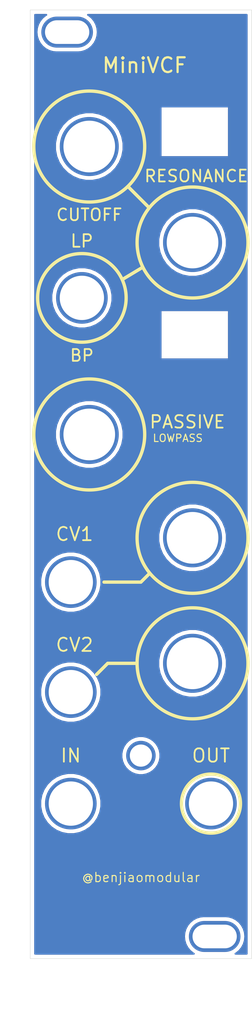
<source format=kicad_pcb>
(kicad_pcb (version 20171130) (host pcbnew 5.1.9+dfsg1-1~bpo10+1)

  (general
    (thickness 1.6)
    (drawings 134)
    (tracks 1)
    (zones 0)
    (modules 11)
    (nets 1)
  )

  (page A4)
  (layers
    (0 F.Cu signal)
    (31 B.Cu signal)
    (32 B.Adhes user)
    (33 F.Adhes user)
    (34 B.Paste user)
    (35 F.Paste user)
    (36 B.SilkS user)
    (37 F.SilkS user)
    (38 B.Mask user)
    (39 F.Mask user)
    (40 Dwgs.User user)
    (41 Cmts.User user)
    (42 Eco1.User user)
    (43 Eco2.User user)
    (44 Edge.Cuts user)
    (45 Margin user)
    (46 B.CrtYd user)
    (47 F.CrtYd user)
    (48 B.Fab user)
    (49 F.Fab user)
  )

  (setup
    (last_trace_width 0.25)
    (user_trace_width 0.45)
    (user_trace_width 0.65)
    (trace_clearance 0.2)
    (zone_clearance 0.508)
    (zone_45_only no)
    (trace_min 0.2)
    (via_size 0.8)
    (via_drill 0.4)
    (via_min_size 0.4)
    (via_min_drill 0.3)
    (uvia_size 0.3)
    (uvia_drill 0.1)
    (uvias_allowed no)
    (uvia_min_size 0.2)
    (uvia_min_drill 0.1)
    (edge_width 0.05)
    (segment_width 0.2)
    (pcb_text_width 0.3)
    (pcb_text_size 1.5 1.5)
    (mod_edge_width 0.12)
    (mod_text_size 1 1)
    (mod_text_width 0.15)
    (pad_size 1.524 1.524)
    (pad_drill 0.762)
    (pad_to_mask_clearance 0)
    (aux_axis_origin 0 0)
    (visible_elements FFFFFF7F)
    (pcbplotparams
      (layerselection 0x010fc_ffffffff)
      (usegerberextensions false)
      (usegerberattributes true)
      (usegerberadvancedattributes true)
      (creategerberjobfile true)
      (excludeedgelayer true)
      (linewidth 0.100000)
      (plotframeref false)
      (viasonmask false)
      (mode 1)
      (useauxorigin false)
      (hpglpennumber 1)
      (hpglpenspeed 20)
      (hpglpendiameter 15.000000)
      (psnegative false)
      (psa4output false)
      (plotreference true)
      (plotvalue true)
      (plotinvisibletext false)
      (padsonsilk false)
      (subtractmaskfromsilk false)
      (outputformat 4)
      (mirror false)
      (drillshape 0)
      (scaleselection 1)
      (outputdirectory "MiniVCF v1.0 - Front/"))
  )

  (net 0 "")

  (net_class Default "This is the default net class."
    (clearance 0.2)
    (trace_width 0.25)
    (via_dia 0.8)
    (via_drill 0.4)
    (uvia_dia 0.3)
    (uvia_drill 0.1)
  )

  (module benjiaomodular:Panel_6HP (layer F.Cu) (tedit 61FE19F2) (tstamp 6203C4AD)
    (at 40 40)
    (fp_text reference REF** (at 0 1.5) (layer F.Fab)
      (effects (font (size 1 1) (thickness 0.15)))
    )
    (fp_text value Panel_6HP (at 0 -0.5) (layer F.Fab)
      (effects (font (size 1 1) (thickness 0.15)))
    )
    (fp_line (start 0 115.5) (end 30 115.5) (layer Dwgs.User) (width 0.12))
    (fp_line (start 0 13) (end 30 13) (layer Dwgs.User) (width 0.12))
    (fp_line (start 0 125.5) (end 30 125.5) (layer Dwgs.User) (width 0.12))
    (fp_line (start 0 3) (end 30 3) (layer Dwgs.User) (width 0.12))
    (fp_line (start 0 0) (end 30 0) (layer Dwgs.User) (width 0.12))
    (fp_line (start 30 0) (end 30 128.5) (layer Dwgs.User) (width 0.12))
    (fp_line (start 30 128.5) (end 0 128.5) (layer Dwgs.User) (width 0.12))
    (fp_line (start 0 128.5) (end 0 0) (layer Dwgs.User) (width 0.12))
    (fp_text user "Clearance for 2020 Aluminum Extrusion" (at 15 11.5) (layer Dwgs.User)
      (effects (font (size 0.8 0.8) (thickness 0.12)))
    )
    (pad "" thru_hole oval (at 25 125.5) (size 7 4.2) (drill oval 6 3.2) (layers *.Cu *.Mask))
    (pad "" thru_hole oval (at 5 3) (size 7 4.2) (drill oval 6 3.2) (layers *.Cu *.Mask))
  )

  (module benjiaomodular:PanelHole_ToggleSwitch_MTS-101 (layer F.Cu) (tedit 61FE19CA) (tstamp 62014D1A)
    (at 47 79 180)
    (fp_text reference REF** (at -2 -7.5) (layer F.Fab) hide
      (effects (font (size 1 1) (thickness 0.15)))
    )
    (fp_text value PanelHole_ToggleSwitch_MTS-101 (at 0 7.8) (layer F.Fab) hide
      (effects (font (size 1 1) (thickness 0.15)))
    )
    (fp_line (start -3.95 -6.6) (end -3.95 6.6) (layer F.Fab) (width 0.12))
    (fp_line (start 3.95 -6.6) (end -3.95 -6.6) (layer F.Fab) (width 0.12))
    (fp_line (start 3.95 -6.6) (end 3.95 6.6) (layer F.Fab) (width 0.12))
    (fp_line (start 3.95 6.6) (end -3.95 6.6) (layer F.Fab) (width 0.12))
    (pad "" thru_hole circle (at 0 0 90) (size 7 7) (drill 6) (layers *.Cu *.Mask))
  )

  (module benjiaomodular:PanelHole_Potentiometer_RV09 (layer F.Cu) (tedit 61FE199B) (tstamp 62014864)
    (at 45.5 105 90)
    (fp_text reference REF** (at 7.5 -6 90) (layer F.SilkS) hide
      (effects (font (size 1 1) (thickness 0.15)))
    )
    (fp_text value PanelHole_Potentiometer_RV09 (at 7.5 11 90) (layer F.Fab) hide
      (effects (font (size 1 1) (thickness 0.15)))
    )
    (fp_line (start -0.5 0) (end 0.5 0) (layer Dwgs.User) (width 0.12))
    (fp_line (start 0 -0.5) (end 0 0.5) (layer Dwgs.User) (width 0.12))
    (fp_circle (center 7.5 2.5) (end 15 2.5) (layer F.Fab) (width 0.12))
    (fp_line (start -1.15 -3.91) (end -1.15 8.91) (layer F.CrtYd) (width 0.05))
    (fp_line (start 12.35 7.25) (end 12.35 -2.25) (layer F.Fab) (width 0.1))
    (fp_line (start 12.6 8.91) (end 12.6 -3.91) (layer F.CrtYd) (width 0.05))
    (fp_line (start 1 7.25) (end 12.35 7.25) (layer F.Fab) (width 0.1))
    (fp_line (start 1 -2.25) (end 12.35 -2.25) (layer F.Fab) (width 0.1))
    (fp_circle (center 7.5 2.5) (end 7.5 -1) (layer F.Fab) (width 0.1))
    (fp_line (start 12.6 -3.91) (end -1.15 -3.91) (layer F.CrtYd) (width 0.05))
    (fp_line (start -1.15 8.91) (end 12.6 8.91) (layer F.CrtYd) (width 0.05))
    (fp_line (start 1 7.25) (end 1 -2.25) (layer F.Fab) (width 0.1))
    (fp_text user %R (at 7.62 2.54 90) (layer F.Fab)
      (effects (font (size 1 1) (thickness 0.15)))
    )
    (pad "" thru_hole circle (at 7.5 2.5 180) (size 8 8) (drill 7) (layers *.Cu *.Mask))
  )

  (module benjiaomodular:PanelHole_Potentiometer_RV09 (layer F.Cu) (tedit 61FE199B) (tstamp 62013F36)
    (at 59.5 79 90)
    (fp_text reference REF** (at 7.5 -6 90) (layer F.SilkS) hide
      (effects (font (size 1 1) (thickness 0.15)))
    )
    (fp_text value PanelHole_Potentiometer_RV09 (at 7.5 11 90) (layer F.Fab) hide
      (effects (font (size 1 1) (thickness 0.15)))
    )
    (fp_line (start 1 7.25) (end 1 -2.25) (layer F.Fab) (width 0.1))
    (fp_line (start -1.15 8.91) (end 12.6 8.91) (layer F.CrtYd) (width 0.05))
    (fp_line (start 12.6 -3.91) (end -1.15 -3.91) (layer F.CrtYd) (width 0.05))
    (fp_circle (center 7.5 2.5) (end 7.5 -1) (layer F.Fab) (width 0.1))
    (fp_line (start 1 -2.25) (end 12.35 -2.25) (layer F.Fab) (width 0.1))
    (fp_line (start 1 7.25) (end 12.35 7.25) (layer F.Fab) (width 0.1))
    (fp_line (start 12.6 8.91) (end 12.6 -3.91) (layer F.CrtYd) (width 0.05))
    (fp_line (start 12.35 7.25) (end 12.35 -2.25) (layer F.Fab) (width 0.1))
    (fp_line (start -1.15 -3.91) (end -1.15 8.91) (layer F.CrtYd) (width 0.05))
    (fp_circle (center 7.5 2.5) (end 15 2.5) (layer F.Fab) (width 0.12))
    (fp_line (start 0 -0.5) (end 0 0.5) (layer Dwgs.User) (width 0.12))
    (fp_line (start -0.5 0) (end 0.5 0) (layer Dwgs.User) (width 0.12))
    (fp_text user %R (at 7.62 2.54 90) (layer F.Fab)
      (effects (font (size 1 1) (thickness 0.15)))
    )
    (pad "" thru_hole circle (at 7.5 2.5 180) (size 8 8) (drill 7) (layers *.Cu *.Mask))
  )

  (module benjiaomodular:PanelHole_Potentiometer_RV09 (layer F.Cu) (tedit 61FE199B) (tstamp 6200A5BB)
    (at 45.5 66 90)
    (fp_text reference REF** (at 7.5 -6 90) (layer F.SilkS) hide
      (effects (font (size 1 1) (thickness 0.15)))
    )
    (fp_text value PanelHole_Potentiometer_RV09 (at 7.5 11 90) (layer F.Fab) hide
      (effects (font (size 1 1) (thickness 0.15)))
    )
    (fp_line (start -0.5 0) (end 0.5 0) (layer Dwgs.User) (width 0.12))
    (fp_line (start 0 -0.5) (end 0 0.5) (layer Dwgs.User) (width 0.12))
    (fp_circle (center 7.5 2.5) (end 15 2.5) (layer F.Fab) (width 0.12))
    (fp_line (start -1.15 -3.91) (end -1.15 8.91) (layer F.CrtYd) (width 0.05))
    (fp_line (start 12.35 7.25) (end 12.35 -2.25) (layer F.Fab) (width 0.1))
    (fp_line (start 12.6 8.91) (end 12.6 -3.91) (layer F.CrtYd) (width 0.05))
    (fp_line (start 1 7.25) (end 12.35 7.25) (layer F.Fab) (width 0.1))
    (fp_line (start 1 -2.25) (end 12.35 -2.25) (layer F.Fab) (width 0.1))
    (fp_circle (center 7.5 2.5) (end 7.5 -1) (layer F.Fab) (width 0.1))
    (fp_line (start 12.6 -3.91) (end -1.15 -3.91) (layer F.CrtYd) (width 0.05))
    (fp_line (start -1.15 8.91) (end 12.6 8.91) (layer F.CrtYd) (width 0.05))
    (fp_line (start 1 7.25) (end 1 -2.25) (layer F.Fab) (width 0.1))
    (fp_text user %R (at 7.62 2.54 90) (layer F.Fab)
      (effects (font (size 1 1) (thickness 0.15)))
    )
    (pad "" thru_hole circle (at 7.5 2.5 180) (size 8 8) (drill 7) (layers *.Cu *.Mask))
  )

  (module benjiaomodular:PanelHole_Potentiometer_RV09 (layer F.Cu) (tedit 61FE199B) (tstamp 620110D1)
    (at 59.5 119 90)
    (fp_text reference REF** (at 7.5 -6 90) (layer F.SilkS) hide
      (effects (font (size 1 1) (thickness 0.15)))
    )
    (fp_text value PanelHole_Potentiometer_RV09 (at 7.5 11 90) (layer F.Fab) hide
      (effects (font (size 1 1) (thickness 0.15)))
    )
    (fp_line (start 1 7.25) (end 1 -2.25) (layer F.Fab) (width 0.1))
    (fp_line (start -1.15 8.91) (end 12.6 8.91) (layer F.CrtYd) (width 0.05))
    (fp_line (start 12.6 -3.91) (end -1.15 -3.91) (layer F.CrtYd) (width 0.05))
    (fp_circle (center 7.5 2.5) (end 7.5 -1) (layer F.Fab) (width 0.1))
    (fp_line (start 1 -2.25) (end 12.35 -2.25) (layer F.Fab) (width 0.1))
    (fp_line (start 1 7.25) (end 12.35 7.25) (layer F.Fab) (width 0.1))
    (fp_line (start 12.6 8.91) (end 12.6 -3.91) (layer F.CrtYd) (width 0.05))
    (fp_line (start 12.35 7.25) (end 12.35 -2.25) (layer F.Fab) (width 0.1))
    (fp_line (start -1.15 -3.91) (end -1.15 8.91) (layer F.CrtYd) (width 0.05))
    (fp_circle (center 7.5 2.5) (end 15 2.5) (layer F.Fab) (width 0.12))
    (fp_line (start 0 -0.5) (end 0 0.5) (layer Dwgs.User) (width 0.12))
    (fp_line (start -0.5 0) (end 0.5 0) (layer Dwgs.User) (width 0.12))
    (fp_text user %R (at 7.62 2.54 90) (layer F.Fab)
      (effects (font (size 1 1) (thickness 0.15)))
    )
    (pad "" thru_hole circle (at 7.5 2.5 180) (size 8 8) (drill 7) (layers *.Cu *.Mask))
  )

  (module benjiaomodular:PanelHole_Potentiometer_RV09 (layer F.Cu) (tedit 61FE199B) (tstamp 62011059)
    (at 59.5 136 90)
    (fp_text reference REF** (at 7.5 -6 90) (layer F.SilkS) hide
      (effects (font (size 1 1) (thickness 0.15)))
    )
    (fp_text value PanelHole_Potentiometer_RV09 (at 7.5 11 90) (layer F.Fab) hide
      (effects (font (size 1 1) (thickness 0.15)))
    )
    (fp_line (start 1 7.25) (end 1 -2.25) (layer F.Fab) (width 0.1))
    (fp_line (start -1.15 8.91) (end 12.6 8.91) (layer F.CrtYd) (width 0.05))
    (fp_line (start 12.6 -3.91) (end -1.15 -3.91) (layer F.CrtYd) (width 0.05))
    (fp_circle (center 7.5 2.5) (end 7.5 -1) (layer F.Fab) (width 0.1))
    (fp_line (start 1 -2.25) (end 12.35 -2.25) (layer F.Fab) (width 0.1))
    (fp_line (start 1 7.25) (end 12.35 7.25) (layer F.Fab) (width 0.1))
    (fp_line (start 12.6 8.91) (end 12.6 -3.91) (layer F.CrtYd) (width 0.05))
    (fp_line (start 12.35 7.25) (end 12.35 -2.25) (layer F.Fab) (width 0.1))
    (fp_line (start -1.15 -3.91) (end -1.15 8.91) (layer F.CrtYd) (width 0.05))
    (fp_circle (center 7.5 2.5) (end 15 2.5) (layer F.Fab) (width 0.12))
    (fp_line (start 0 -0.5) (end 0 0.5) (layer Dwgs.User) (width 0.12))
    (fp_line (start -0.5 0) (end 0.5 0) (layer Dwgs.User) (width 0.12))
    (fp_text user %R (at 7.62 2.54 90) (layer F.Fab)
      (effects (font (size 1 1) (thickness 0.15)))
    )
    (pad "" thru_hole circle (at 7.5 2.5 180) (size 8 8) (drill 7) (layers *.Cu *.Mask))
  )

  (module benjiaomodular:PanelHole_AudioJack_3.5mm (layer F.Cu) (tedit 61D861E6) (tstamp 620107F4)
    (at 45.5 111)
    (fp_text reference REF** (at 0 0.5) (layer F.Fab) hide
      (effects (font (size 1 1) (thickness 0.15)))
    )
    (fp_text value PanelHole_AudioJack_3.5mm (at 0 14) (layer F.Fab) hide
      (effects (font (size 1 1) (thickness 0.15)))
    )
    (fp_circle (center 0 6.5) (end 4 6.5) (layer F.Fab) (width 0.12))
    (fp_line (start 5 12.98) (end 5 -1.42) (layer F.CrtYd) (width 0.05))
    (fp_line (start 4.5 12.48) (end 4.5 2.08) (layer F.Fab) (width 0.1))
    (fp_line (start -5 12.98) (end -5 -1.42) (layer F.CrtYd) (width 0.05))
    (fp_line (start 4.5 2.03) (end -4.5 2.03) (layer F.Fab) (width 0.1))
    (fp_line (start 5 -1.42) (end -5 -1.42) (layer F.CrtYd) (width 0.05))
    (fp_line (start 0 0) (end 0 2.03) (layer F.Fab) (width 0.1))
    (fp_line (start 5 12.98) (end -5 12.98) (layer F.CrtYd) (width 0.05))
    (fp_line (start 4.5 12.48) (end -4.5 12.48) (layer F.Fab) (width 0.1))
    (fp_line (start -4.5 12.48) (end -4.5 2.08) (layer F.Fab) (width 0.1))
    (pad "" thru_hole circle (at 0 6.5 180) (size 7 7) (drill 6) (layers *.Cu *.Mask))
  )

  (module benjiaomodular:PanelHole_AudioJack_3.5mm (layer F.Cu) (tedit 61D861E6) (tstamp 6201078C)
    (at 45.5 125.9)
    (fp_text reference REF** (at 0 0.5) (layer F.Fab) hide
      (effects (font (size 1 1) (thickness 0.15)))
    )
    (fp_text value PanelHole_AudioJack_3.5mm (at 0 14) (layer F.Fab) hide
      (effects (font (size 1 1) (thickness 0.15)))
    )
    (fp_line (start -4.5 12.48) (end -4.5 2.08) (layer F.Fab) (width 0.1))
    (fp_line (start 4.5 12.48) (end -4.5 12.48) (layer F.Fab) (width 0.1))
    (fp_line (start 5 12.98) (end -5 12.98) (layer F.CrtYd) (width 0.05))
    (fp_line (start 0 0) (end 0 2.03) (layer F.Fab) (width 0.1))
    (fp_line (start 5 -1.42) (end -5 -1.42) (layer F.CrtYd) (width 0.05))
    (fp_line (start 4.5 2.03) (end -4.5 2.03) (layer F.Fab) (width 0.1))
    (fp_line (start -5 12.98) (end -5 -1.42) (layer F.CrtYd) (width 0.05))
    (fp_line (start 4.5 12.48) (end 4.5 2.08) (layer F.Fab) (width 0.1))
    (fp_line (start 5 12.98) (end 5 -1.42) (layer F.CrtYd) (width 0.05))
    (fp_circle (center 0 6.5) (end 4 6.5) (layer F.Fab) (width 0.12))
    (pad "" thru_hole circle (at 0 6.5 180) (size 7 7) (drill 6) (layers *.Cu *.Mask))
  )

  (module benjiaomodular:PanelHole_AudioJack_3.5mm (layer F.Cu) (tedit 61D861E6) (tstamp 62010705)
    (at 45.5 141)
    (fp_text reference REF** (at 0 0.5) (layer F.Fab) hide
      (effects (font (size 1 1) (thickness 0.15)))
    )
    (fp_text value PanelHole_AudioJack_3.5mm (at 0 14) (layer F.Fab) hide
      (effects (font (size 1 1) (thickness 0.15)))
    )
    (fp_circle (center 0 6.5) (end 4 6.5) (layer F.Fab) (width 0.12))
    (fp_line (start 5 12.98) (end 5 -1.42) (layer F.CrtYd) (width 0.05))
    (fp_line (start 4.5 12.48) (end 4.5 2.08) (layer F.Fab) (width 0.1))
    (fp_line (start -5 12.98) (end -5 -1.42) (layer F.CrtYd) (width 0.05))
    (fp_line (start 4.5 2.03) (end -4.5 2.03) (layer F.Fab) (width 0.1))
    (fp_line (start 5 -1.42) (end -5 -1.42) (layer F.CrtYd) (width 0.05))
    (fp_line (start 0 0) (end 0 2.03) (layer F.Fab) (width 0.1))
    (fp_line (start 5 12.98) (end -5 12.98) (layer F.CrtYd) (width 0.05))
    (fp_line (start 4.5 12.48) (end -4.5 12.48) (layer F.Fab) (width 0.1))
    (fp_line (start -4.5 12.48) (end -4.5 2.08) (layer F.Fab) (width 0.1))
    (pad "" thru_hole circle (at 0 6.5 180) (size 7 7) (drill 6) (layers *.Cu *.Mask))
  )

  (module benjiaomodular:PanelHole_AudioJack_3.5mm (layer F.Cu) (tedit 61D861E6) (tstamp 62010633)
    (at 64.5 141)
    (fp_text reference REF** (at 0 0.5) (layer F.Fab) hide
      (effects (font (size 1 1) (thickness 0.15)))
    )
    (fp_text value PanelHole_AudioJack_3.5mm (at 0 14) (layer F.Fab) hide
      (effects (font (size 1 1) (thickness 0.15)))
    )
    (fp_line (start -4.5 12.48) (end -4.5 2.08) (layer F.Fab) (width 0.1))
    (fp_line (start 4.5 12.48) (end -4.5 12.48) (layer F.Fab) (width 0.1))
    (fp_line (start 5 12.98) (end -5 12.98) (layer F.CrtYd) (width 0.05))
    (fp_line (start 0 0) (end 0 2.03) (layer F.Fab) (width 0.1))
    (fp_line (start 5 -1.42) (end -5 -1.42) (layer F.CrtYd) (width 0.05))
    (fp_line (start 4.5 2.03) (end -4.5 2.03) (layer F.Fab) (width 0.1))
    (fp_line (start -5 12.98) (end -5 -1.42) (layer F.CrtYd) (width 0.05))
    (fp_line (start 4.5 12.48) (end 4.5 2.08) (layer F.Fab) (width 0.1))
    (fp_line (start 5 12.98) (end 5 -1.42) (layer F.CrtYd) (width 0.05))
    (fp_circle (center 0 6.5) (end 4 6.5) (layer F.Fab) (width 0.12))
    (pad "" thru_hole circle (at 0 6.5 180) (size 7 7) (drill 6) (layers *.Cu *.Mask))
  )

  (dimension 15 (width 0.15) (layer Dwgs.User)
    (gr_text "15.000 mm" (at 47.5 172.5) (layer Dwgs.User)
      (effects (font (size 1 1) (thickness 0.15)))
    )
    (feature1 (pts (xy 40 141) (xy 40 171.786421)))
    (feature2 (pts (xy 55 141) (xy 55 171.786421)))
    (crossbar (pts (xy 55 171.2) (xy 40 171.2)))
    (arrow1a (pts (xy 40 171.2) (xy 41.126504 170.613579)))
    (arrow1b (pts (xy 40 171.2) (xy 41.126504 171.786421)))
    (arrow2a (pts (xy 55 171.2) (xy 53.873496 170.613579)))
    (arrow2b (pts (xy 55 171.2) (xy 53.873496 171.786421)))
  )
  (dimension 10.5 (width 0.15) (layer Dwgs.User)
    (gr_text "10.500 mm" (at 64.75 138.1) (layer Dwgs.User)
      (effects (font (size 1 1) (thickness 0.15)))
    )
    (feature1 (pts (xy 70 119) (xy 70 137.386421)))
    (feature2 (pts (xy 59.5 119) (xy 59.5 137.386421)))
    (crossbar (pts (xy 59.5 136.8) (xy 70 136.8)))
    (arrow1a (pts (xy 70 136.8) (xy 68.873496 137.386421)))
    (arrow1b (pts (xy 70 136.8) (xy 68.873496 136.213579)))
    (arrow2a (pts (xy 59.5 136.8) (xy 60.626504 137.386421)))
    (arrow2b (pts (xy 59.5 136.8) (xy 60.626504 136.213579)))
  )
  (dimension 7 (width 0.15) (layer Dwgs.User)
    (gr_text "7.000 mm" (at 43.5 87.8) (layer Dwgs.User)
      (effects (font (size 1 1) (thickness 0.15)))
    )
    (feature1 (pts (xy 47 79) (xy 47 87.086421)))
    (feature2 (pts (xy 40 79) (xy 40 87.086421)))
    (crossbar (pts (xy 40 86.5) (xy 47 86.5)))
    (arrow1a (pts (xy 47 86.5) (xy 45.873496 87.086421)))
    (arrow1b (pts (xy 47 86.5) (xy 45.873496 85.913579)))
    (arrow2a (pts (xy 40 86.5) (xy 41.126504 87.086421)))
    (arrow2b (pts (xy 40 86.5) (xy 41.126504 85.913579)))
  )
  (dimension 5.5 (width 0.15) (layer Dwgs.User)
    (gr_text "5.500 mm" (at 42.75 178) (layer Dwgs.User)
      (effects (font (size 1 1) (thickness 0.15)))
    )
    (feature1 (pts (xy 40 66) (xy 40 177.286421)))
    (feature2 (pts (xy 45.5 66) (xy 45.5 177.286421)))
    (crossbar (pts (xy 45.5 176.7) (xy 40 176.7)))
    (arrow1a (pts (xy 40 176.7) (xy 41.126504 176.113579)))
    (arrow1b (pts (xy 40 176.7) (xy 41.126504 177.286421)))
    (arrow2a (pts (xy 45.5 176.7) (xy 44.373496 176.113579)))
    (arrow2b (pts (xy 45.5 176.7) (xy 44.373496 177.286421)))
  )
  (gr_circle (center 47 79) (end 53.5 79) (layer Dwgs.User) (width 0.15))
  (gr_circle (center 64.5 147.5) (end 68.5 147.5) (layer F.SilkS) (width 0.45))
  (gr_line (start 53.34 64.008) (end 56.134 66.802) (layer F.SilkS) (width 0.45))
  (gr_line (start 55.118 74.93) (end 52.578 76.454) (layer F.SilkS) (width 0.45))
  (gr_text LOWPASS (at 60 98) (layer F.SilkS)
    (effects (font (size 1 1) (thickness 0.15)))
  )
  (gr_text PASSIVE (at 61.3 95.8) (layer F.SilkS)
    (effects (font (size 1.7 1.7) (thickness 0.24)))
  )
  (gr_line (start 66.5 87) (end 58 87) (layer B.Mask) (width 0.15))
  (gr_line (start 66.5 86.5) (end 66.5 87) (layer B.Mask) (width 0.15))
  (gr_line (start 58 86.5) (end 66.5 86.5) (layer B.Mask) (width 0.15))
  (gr_line (start 58 86) (end 58 86.5) (layer B.Mask) (width 0.15))
  (gr_line (start 66.5 86) (end 58 86) (layer B.Mask) (width 0.15))
  (gr_line (start 66.5 85.5) (end 66.5 86) (layer B.Mask) (width 0.15))
  (gr_line (start 58 85.5) (end 66.5 85.5) (layer B.Mask) (width 0.15))
  (gr_line (start 58 85) (end 58 85.5) (layer B.Mask) (width 0.15))
  (gr_line (start 66.5 85) (end 58 85) (layer B.Mask) (width 0.15))
  (gr_line (start 66.5 84.5) (end 66.5 85) (layer B.Mask) (width 0.15))
  (gr_line (start 58 84.5) (end 66.5 84.5) (layer B.Mask) (width 0.15))
  (gr_line (start 58 84) (end 58 84.5) (layer B.Mask) (width 0.15))
  (gr_line (start 66.5 84) (end 58 84) (layer B.Mask) (width 0.15))
  (gr_line (start 66.5 83.5) (end 66.5 84) (layer B.Mask) (width 0.15))
  (gr_line (start 58 83.5) (end 66.5 83.5) (layer B.Mask) (width 0.15))
  (gr_line (start 58 83) (end 58 83.5) (layer B.Mask) (width 0.15))
  (gr_line (start 66.5 83) (end 58 83) (layer B.Mask) (width 0.15))
  (gr_line (start 66.5 82.5) (end 66.5 83) (layer B.Mask) (width 0.15))
  (gr_line (start 58 82.5) (end 66.5 82.5) (layer B.Mask) (width 0.15))
  (gr_line (start 58 82) (end 58 82.5) (layer B.Mask) (width 0.15))
  (gr_line (start 66.5 82) (end 58 82) (layer B.Mask) (width 0.15))
  (gr_line (start 66.5 81.5) (end 66.5 82) (layer B.Mask) (width 0.15))
  (gr_line (start 58 81.5) (end 66.5 81.5) (layer B.Mask) (width 0.15))
  (gr_line (start 58 81) (end 58 81.5) (layer B.Mask) (width 0.15))
  (gr_line (start 66.5 81) (end 58 81) (layer B.Mask) (width 0.15))
  (gr_line (start 66.5 59.5) (end 58 59.5) (layer B.Mask) (width 0.15))
  (gr_line (start 66.5 59) (end 66.5 59.5) (layer B.Mask) (width 0.15))
  (gr_line (start 58 59) (end 66.5 59) (layer B.Mask) (width 0.15))
  (gr_line (start 58 58.5) (end 58 59) (layer B.Mask) (width 0.15))
  (gr_line (start 66.5 58.5) (end 58 58.5) (layer B.Mask) (width 0.15))
  (gr_line (start 66.5 58) (end 66.5 58.5) (layer B.Mask) (width 0.15))
  (gr_line (start 58 58) (end 66.5 58) (layer B.Mask) (width 0.15))
  (gr_line (start 58 57.5) (end 58 58) (layer B.Mask) (width 0.15))
  (gr_line (start 66.5 57.5) (end 58 57.5) (layer B.Mask) (width 0.15))
  (gr_line (start 66.5 57) (end 66.5 57.5) (layer B.Mask) (width 0.15))
  (gr_line (start 58 57) (end 66.5 57) (layer B.Mask) (width 0.15))
  (gr_line (start 58 56.5) (end 58 57) (layer B.Mask) (width 0.15))
  (gr_line (start 66.5 56.5) (end 58 56.5) (layer B.Mask) (width 0.15))
  (gr_line (start 66.5 56) (end 66.5 56.5) (layer B.Mask) (width 0.15))
  (gr_line (start 58 56) (end 66.5 56) (layer B.Mask) (width 0.15))
  (gr_line (start 58 55.5) (end 58 56) (layer B.Mask) (width 0.15))
  (gr_line (start 66.5 55.5) (end 58 55.5) (layer B.Mask) (width 0.15))
  (gr_line (start 66.5 55) (end 66.5 55.5) (layer B.Mask) (width 0.15))
  (gr_line (start 58 55) (end 66.5 55) (layer B.Mask) (width 0.15))
  (gr_line (start 58 54.5) (end 58 55) (layer B.Mask) (width 0.15))
  (gr_line (start 66.5 54.5) (end 58 54.5) (layer B.Mask) (width 0.15))
  (gr_line (start 66.5 54) (end 66.5 54.5) (layer B.Mask) (width 0.15))
  (gr_line (start 58 54) (end 66.5 54) (layer B.Mask) (width 0.15))
  (gr_line (start 58 53.5) (end 58 54) (layer B.Mask) (width 0.15))
  (gr_line (start 66.5 53.5) (end 58 53.5) (layer B.Mask) (width 0.15))
  (gr_text @benjiaomodular (at 55 157.5) (layer F.SilkS)
    (effects (font (size 1.25 1.25) (thickness 0.15)))
  )
  (gr_line (start 66.5 86.5) (end 58 86.5) (layer F.Mask) (width 0.15) (tstamp 6201D83D))
  (gr_line (start 66.5 85.5) (end 58 85.5) (layer F.Mask) (width 0.15) (tstamp 6201D83C))
  (gr_line (start 58 84.5) (end 58 84) (layer F.Mask) (width 0.15) (tstamp 6201D83B))
  (gr_line (start 66.5 86) (end 66.5 85.5) (layer F.Mask) (width 0.15) (tstamp 6201D83A))
  (gr_line (start 58 85.5) (end 58 85) (layer F.Mask) (width 0.15) (tstamp 6201D839))
  (gr_line (start 58 85) (end 66.5 85) (layer F.Mask) (width 0.15) (tstamp 6201D838))
  (gr_line (start 66.5 84) (end 66.5 83.5) (layer F.Mask) (width 0.15) (tstamp 6201D837))
  (gr_line (start 66.5 84.5) (end 58 84.5) (layer F.Mask) (width 0.15) (tstamp 6201D836))
  (gr_line (start 66.5 82) (end 66.5 81.5) (layer F.Mask) (width 0.15) (tstamp 6201D835))
  (gr_line (start 58 86) (end 66.5 86) (layer F.Mask) (width 0.15) (tstamp 6201D834))
  (gr_line (start 66.5 87) (end 66.5 86.5) (layer F.Mask) (width 0.15) (tstamp 6201D833))
  (gr_line (start 58 81.5) (end 58 81) (layer F.Mask) (width 0.15) (tstamp 6201D832))
  (gr_line (start 58 82) (end 66.5 82) (layer F.Mask) (width 0.15) (tstamp 6201D831))
  (gr_line (start 58 84) (end 66.5 84) (layer F.Mask) (width 0.15) (tstamp 6201D830))
  (gr_line (start 58 83) (end 66.5 83) (layer F.Mask) (width 0.15) (tstamp 6201D82F))
  (gr_line (start 58 83.5) (end 58 83) (layer F.Mask) (width 0.15) (tstamp 6201D82E))
  (gr_line (start 58 81) (end 66.5 81) (layer F.Mask) (width 0.15) (tstamp 6201D82D))
  (gr_line (start 58 82.5) (end 58 82) (layer F.Mask) (width 0.15) (tstamp 6201D82C))
  (gr_line (start 66.5 82.5) (end 58 82.5) (layer F.Mask) (width 0.15) (tstamp 6201D82B))
  (gr_line (start 66.5 83) (end 66.5 82.5) (layer F.Mask) (width 0.15) (tstamp 6201D82A))
  (gr_line (start 66.5 85) (end 66.5 84.5) (layer F.Mask) (width 0.15) (tstamp 6201D829))
  (gr_line (start 66.5 81.5) (end 58 81.5) (layer F.Mask) (width 0.15) (tstamp 6201D828))
  (gr_line (start 66.5 83.5) (end 58 83.5) (layer F.Mask) (width 0.15) (tstamp 6201D827))
  (gr_line (start 58 87) (end 66.5 87) (layer F.Mask) (width 0.15) (tstamp 6201D826))
  (gr_line (start 58 86.5) (end 58 86) (layer F.Mask) (width 0.15) (tstamp 6201D825))
  (gr_line (start 58 53.5) (end 66.5 53.5) (layer F.Mask) (width 0.15))
  (gr_line (start 58 54) (end 58 53.5) (layer F.Mask) (width 0.15))
  (gr_line (start 66.5 54) (end 58 54) (layer F.Mask) (width 0.15))
  (gr_line (start 66.5 54.5) (end 66.5 54) (layer F.Mask) (width 0.15))
  (gr_line (start 58 54.5) (end 66.5 54.5) (layer F.Mask) (width 0.15))
  (gr_line (start 58 55) (end 58 54.5) (layer F.Mask) (width 0.15))
  (gr_line (start 66.5 55) (end 58 55) (layer F.Mask) (width 0.15))
  (gr_line (start 66.5 55.5) (end 66.5 55) (layer F.Mask) (width 0.15))
  (gr_line (start 58 55.5) (end 66.5 55.5) (layer F.Mask) (width 0.15))
  (gr_line (start 58 56) (end 58 55.5) (layer F.Mask) (width 0.15))
  (gr_line (start 66.5 56) (end 58 56) (layer F.Mask) (width 0.15))
  (gr_line (start 66.5 56.5) (end 66.5 56) (layer F.Mask) (width 0.15))
  (gr_line (start 58 56.5) (end 66.5 56.5) (layer F.Mask) (width 0.15))
  (gr_line (start 58 57) (end 58 56.5) (layer F.Mask) (width 0.15))
  (gr_line (start 66.5 57) (end 58 57) (layer F.Mask) (width 0.15))
  (gr_line (start 66.5 57.5) (end 66.5 57) (layer F.Mask) (width 0.15))
  (gr_line (start 58 57.5) (end 66.5 57.5) (layer F.Mask) (width 0.15))
  (gr_line (start 58 58) (end 58 57.5) (layer F.Mask) (width 0.15))
  (gr_line (start 66.5 58) (end 58 58) (layer F.Mask) (width 0.15))
  (gr_line (start 66.5 58.5) (end 66.5 58) (layer F.Mask) (width 0.15))
  (gr_line (start 58 58.5) (end 66.5 58.5) (layer F.Mask) (width 0.15))
  (gr_line (start 58 59) (end 58 58.5) (layer F.Mask) (width 0.15))
  (gr_line (start 66.5 59) (end 58 59) (layer F.Mask) (width 0.15))
  (gr_line (start 66.5 59.5) (end 66.5 59) (layer F.Mask) (width 0.15))
  (gr_line (start 58 59.5) (end 66.5 59.5) (layer F.Mask) (width 0.15))
  (gr_text MiniVCF (at 55.5 47.5) (layer F.SilkS)
    (effects (font (size 2 2) (thickness 0.3)))
  )
  (gr_text LP (at 47 71.3) (layer F.SilkS) (tstamp 62015093)
    (effects (font (size 1.7 1.7) (thickness 0.24)))
  )
  (gr_text BP (at 47 86.8) (layer F.SilkS) (tstamp 62015090)
    (effects (font (size 1.6 1.6) (thickness 0.24)))
  )
  (gr_circle (center 47 79) (end 53 79) (layer F.SilkS) (width 0.45))
  (gr_text RESONANCE (at 62.5 62.5) (layer F.SilkS) (tstamp 62014562)
    (effects (font (size 1.6 1.6) (thickness 0.24)))
  )
  (gr_text CUTOFF (at 48 67.75) (layer F.SilkS) (tstamp 6201455F)
    (effects (font (size 1.6 1.6) (thickness 0.24)))
  )
  (gr_circle (center 48 97.5) (end 55.516648 97.5) (layer F.SilkS) (width 0.45) (tstamp 62014252))
  (gr_circle (center 48 58.5) (end 55.516648 58.5) (layer F.SilkS) (width 0.45) (tstamp 62014250))
  (gr_circle (center 62 71.5) (end 69.516648 71.5) (layer F.SilkS) (width 0.45) (tstamp 6201424E))
  (gr_line (start 50.5 128.5) (end 49 130) (layer F.SilkS) (width 0.45))
  (gr_line (start 55 117.5) (end 56.1 116.4) (layer F.SilkS) (width 0.45))
  (gr_line (start 50 117.5) (end 55 117.5) (layer F.SilkS) (width 0.45))
  (gr_line (start 50.5 128.5) (end 54.483352 128.5) (layer F.SilkS) (width 0.45))
  (gr_circle (center 62 111.5) (end 69.516648 111.5) (layer F.SilkS) (width 0.45))
  (gr_circle (center 62 128.5) (end 69.516648 128.5) (layer F.SilkS) (width 0.45))
  (gr_line (start 70 40) (end 70 168.5) (layer Edge.Cuts) (width 0.05) (tstamp 62011A2D))
  (gr_line (start 40 168.5) (end 40 40) (layer Edge.Cuts) (width 0.05) (tstamp 62011740))
  (gr_line (start 70 168.5) (end 40 168.5) (layer Edge.Cuts) (width 0.05))
  (gr_line (start 40 40) (end 70 40) (layer Edge.Cuts) (width 0.05))
  (gr_text CV1 (at 46 111) (layer F.SilkS) (tstamp 62010BCE)
    (effects (font (size 1.8 1.8) (thickness 0.24)))
  )
  (gr_text CV2 (at 46 126) (layer F.SilkS) (tstamp 62010BCE)
    (effects (font (size 1.8 1.8) (thickness 0.24)))
  )
  (gr_text IN (at 45.5 141) (layer F.SilkS)
    (effects (font (size 1.8 1.8) (thickness 0.24)))
  )
  (gr_text OUT (at 64.5 141) (layer F.SilkS)
    (effects (font (size 1.8 1.8) (thickness 0.24)))
  )

  (via (at 55 141) (size 4) (drill 3) (layers F.Cu B.Cu) (net 0))

  (zone (net 0) (net_name "") (layer F.Cu) (tstamp 6200B09B) (hatch edge 0.508)
    (connect_pads (clearance 0.508))
    (min_thickness 0.254)
    (fill yes (arc_segments 32) (thermal_gap 0.508) (thermal_bridge_width 0.508))
    (polygon
      (pts
        (xy 69.75 168.25) (xy 40.25 168.25) (xy 40.25 40.25) (xy 69.75 40.25)
      )
    )
    (filled_polygon
      (pts
        (xy 42.073164 40.714928) (xy 41.656706 41.056706) (xy 41.314928 41.473164) (xy 41.060964 41.948297) (xy 40.904574 42.463846)
        (xy 40.851767 43) (xy 40.904574 43.536154) (xy 41.060964 44.051703) (xy 41.314928 44.526836) (xy 41.656706 44.943294)
        (xy 42.073164 45.285072) (xy 42.548297 45.539036) (xy 43.063846 45.695426) (xy 43.465644 45.735) (xy 46.534356 45.735)
        (xy 46.936154 45.695426) (xy 47.451703 45.539036) (xy 47.926836 45.285072) (xy 48.343294 44.943294) (xy 48.685072 44.526836)
        (xy 48.939036 44.051703) (xy 49.095426 43.536154) (xy 49.148233 43) (xy 49.095426 42.463846) (xy 48.939036 41.948297)
        (xy 48.685072 41.473164) (xy 48.343294 41.056706) (xy 47.926836 40.714928) (xy 47.824073 40.66) (xy 69.34 40.66)
        (xy 69.340001 167.84) (xy 67.824073 167.84) (xy 67.926836 167.785072) (xy 68.343294 167.443294) (xy 68.685072 167.026836)
        (xy 68.939036 166.551703) (xy 69.095426 166.036154) (xy 69.148233 165.5) (xy 69.095426 164.963846) (xy 68.939036 164.448297)
        (xy 68.685072 163.973164) (xy 68.343294 163.556706) (xy 67.926836 163.214928) (xy 67.451703 162.960964) (xy 66.936154 162.804574)
        (xy 66.534356 162.765) (xy 63.465644 162.765) (xy 63.063846 162.804574) (xy 62.548297 162.960964) (xy 62.073164 163.214928)
        (xy 61.656706 163.556706) (xy 61.314928 163.973164) (xy 61.060964 164.448297) (xy 60.904574 164.963846) (xy 60.851767 165.5)
        (xy 60.904574 166.036154) (xy 61.060964 166.551703) (xy 61.314928 167.026836) (xy 61.656706 167.443294) (xy 62.073164 167.785072)
        (xy 62.175927 167.84) (xy 40.66 167.84) (xy 40.66 147.092738) (xy 41.365 147.092738) (xy 41.365 147.907262)
        (xy 41.523906 148.706135) (xy 41.835611 149.458657) (xy 42.288136 150.135909) (xy 42.864091 150.711864) (xy 43.541343 151.164389)
        (xy 44.293865 151.476094) (xy 45.092738 151.635) (xy 45.907262 151.635) (xy 46.706135 151.476094) (xy 47.458657 151.164389)
        (xy 48.135909 150.711864) (xy 48.711864 150.135909) (xy 49.164389 149.458657) (xy 49.476094 148.706135) (xy 49.635 147.907262)
        (xy 49.635 147.092738) (xy 60.365 147.092738) (xy 60.365 147.907262) (xy 60.523906 148.706135) (xy 60.835611 149.458657)
        (xy 61.288136 150.135909) (xy 61.864091 150.711864) (xy 62.541343 151.164389) (xy 63.293865 151.476094) (xy 64.092738 151.635)
        (xy 64.907262 151.635) (xy 65.706135 151.476094) (xy 66.458657 151.164389) (xy 67.135909 150.711864) (xy 67.711864 150.135909)
        (xy 68.164389 149.458657) (xy 68.476094 148.706135) (xy 68.635 147.907262) (xy 68.635 147.092738) (xy 68.476094 146.293865)
        (xy 68.164389 145.541343) (xy 67.711864 144.864091) (xy 67.135909 144.288136) (xy 66.458657 143.835611) (xy 65.706135 143.523906)
        (xy 64.907262 143.365) (xy 64.092738 143.365) (xy 63.293865 143.523906) (xy 62.541343 143.835611) (xy 61.864091 144.288136)
        (xy 61.288136 144.864091) (xy 60.835611 145.541343) (xy 60.523906 146.293865) (xy 60.365 147.092738) (xy 49.635 147.092738)
        (xy 49.476094 146.293865) (xy 49.164389 145.541343) (xy 48.711864 144.864091) (xy 48.135909 144.288136) (xy 47.458657 143.835611)
        (xy 46.706135 143.523906) (xy 45.907262 143.365) (xy 45.092738 143.365) (xy 44.293865 143.523906) (xy 43.541343 143.835611)
        (xy 42.864091 144.288136) (xy 42.288136 144.864091) (xy 41.835611 145.541343) (xy 41.523906 146.293865) (xy 41.365 147.092738)
        (xy 40.66 147.092738) (xy 40.66 140.740475) (xy 52.365 140.740475) (xy 52.365 141.259525) (xy 52.466261 141.768601)
        (xy 52.664893 142.248141) (xy 52.953262 142.679715) (xy 53.320285 143.046738) (xy 53.751859 143.335107) (xy 54.231399 143.533739)
        (xy 54.740475 143.635) (xy 55.259525 143.635) (xy 55.768601 143.533739) (xy 56.248141 143.335107) (xy 56.679715 143.046738)
        (xy 57.046738 142.679715) (xy 57.335107 142.248141) (xy 57.533739 141.768601) (xy 57.635 141.259525) (xy 57.635 140.740475)
        (xy 57.533739 140.231399) (xy 57.335107 139.751859) (xy 57.046738 139.320285) (xy 56.679715 138.953262) (xy 56.248141 138.664893)
        (xy 55.768601 138.466261) (xy 55.259525 138.365) (xy 54.740475 138.365) (xy 54.231399 138.466261) (xy 53.751859 138.664893)
        (xy 53.320285 138.953262) (xy 52.953262 139.320285) (xy 52.664893 139.751859) (xy 52.466261 140.231399) (xy 52.365 140.740475)
        (xy 40.66 140.740475) (xy 40.66 131.992738) (xy 41.365 131.992738) (xy 41.365 132.807262) (xy 41.523906 133.606135)
        (xy 41.835611 134.358657) (xy 42.288136 135.035909) (xy 42.864091 135.611864) (xy 43.541343 136.064389) (xy 44.293865 136.376094)
        (xy 45.092738 136.535) (xy 45.907262 136.535) (xy 46.706135 136.376094) (xy 47.458657 136.064389) (xy 48.135909 135.611864)
        (xy 48.711864 135.035909) (xy 49.164389 134.358657) (xy 49.476094 133.606135) (xy 49.635 132.807262) (xy 49.635 131.992738)
        (xy 49.476094 131.193865) (xy 49.164389 130.441343) (xy 48.711864 129.764091) (xy 48.135909 129.188136) (xy 47.458657 128.735611)
        (xy 46.706135 128.423906) (xy 45.907262 128.265) (xy 45.092738 128.265) (xy 44.293865 128.423906) (xy 43.541343 128.735611)
        (xy 42.864091 129.188136) (xy 42.288136 129.764091) (xy 41.835611 130.441343) (xy 41.523906 131.193865) (xy 41.365 131.992738)
        (xy 40.66 131.992738) (xy 40.66 128.043492) (xy 57.365 128.043492) (xy 57.365 128.956508) (xy 57.54312 129.85198)
        (xy 57.892516 130.695496) (xy 58.39976 131.45464) (xy 59.04536 132.10024) (xy 59.804504 132.607484) (xy 60.64802 132.95688)
        (xy 61.543492 133.135) (xy 62.456508 133.135) (xy 63.35198 132.95688) (xy 64.195496 132.607484) (xy 64.95464 132.10024)
        (xy 65.60024 131.45464) (xy 66.107484 130.695496) (xy 66.45688 129.85198) (xy 66.635 128.956508) (xy 66.635 128.043492)
        (xy 66.45688 127.14802) (xy 66.107484 126.304504) (xy 65.60024 125.54536) (xy 64.95464 124.89976) (xy 64.195496 124.392516)
        (xy 63.35198 124.04312) (xy 62.456508 123.865) (xy 61.543492 123.865) (xy 60.64802 124.04312) (xy 59.804504 124.392516)
        (xy 59.04536 124.89976) (xy 58.39976 125.54536) (xy 57.892516 126.304504) (xy 57.54312 127.14802) (xy 57.365 128.043492)
        (xy 40.66 128.043492) (xy 40.66 117.092738) (xy 41.365 117.092738) (xy 41.365 117.907262) (xy 41.523906 118.706135)
        (xy 41.835611 119.458657) (xy 42.288136 120.135909) (xy 42.864091 120.711864) (xy 43.541343 121.164389) (xy 44.293865 121.476094)
        (xy 45.092738 121.635) (xy 45.907262 121.635) (xy 46.706135 121.476094) (xy 47.458657 121.164389) (xy 48.135909 120.711864)
        (xy 48.711864 120.135909) (xy 49.164389 119.458657) (xy 49.476094 118.706135) (xy 49.635 117.907262) (xy 49.635 117.092738)
        (xy 49.476094 116.293865) (xy 49.164389 115.541343) (xy 48.711864 114.864091) (xy 48.135909 114.288136) (xy 47.458657 113.835611)
        (xy 46.706135 113.523906) (xy 45.907262 113.365) (xy 45.092738 113.365) (xy 44.293865 113.523906) (xy 43.541343 113.835611)
        (xy 42.864091 114.288136) (xy 42.288136 114.864091) (xy 41.835611 115.541343) (xy 41.523906 116.293865) (xy 41.365 117.092738)
        (xy 40.66 117.092738) (xy 40.66 111.043492) (xy 57.365 111.043492) (xy 57.365 111.956508) (xy 57.54312 112.85198)
        (xy 57.892516 113.695496) (xy 58.39976 114.45464) (xy 59.04536 115.10024) (xy 59.804504 115.607484) (xy 60.64802 115.95688)
        (xy 61.543492 116.135) (xy 62.456508 116.135) (xy 63.35198 115.95688) (xy 64.195496 115.607484) (xy 64.95464 115.10024)
        (xy 65.60024 114.45464) (xy 66.107484 113.695496) (xy 66.45688 112.85198) (xy 66.635 111.956508) (xy 66.635 111.043492)
        (xy 66.45688 110.14802) (xy 66.107484 109.304504) (xy 65.60024 108.54536) (xy 64.95464 107.89976) (xy 64.195496 107.392516)
        (xy 63.35198 107.04312) (xy 62.456508 106.865) (xy 61.543492 106.865) (xy 60.64802 107.04312) (xy 59.804504 107.392516)
        (xy 59.04536 107.89976) (xy 58.39976 108.54536) (xy 57.892516 109.304504) (xy 57.54312 110.14802) (xy 57.365 111.043492)
        (xy 40.66 111.043492) (xy 40.66 97.043492) (xy 43.365 97.043492) (xy 43.365 97.956508) (xy 43.54312 98.85198)
        (xy 43.892516 99.695496) (xy 44.39976 100.45464) (xy 45.04536 101.10024) (xy 45.804504 101.607484) (xy 46.64802 101.95688)
        (xy 47.543492 102.135) (xy 48.456508 102.135) (xy 49.35198 101.95688) (xy 50.195496 101.607484) (xy 50.95464 101.10024)
        (xy 51.60024 100.45464) (xy 52.107484 99.695496) (xy 52.45688 98.85198) (xy 52.635 97.956508) (xy 52.635 97.043492)
        (xy 52.45688 96.14802) (xy 52.107484 95.304504) (xy 51.60024 94.54536) (xy 50.95464 93.89976) (xy 50.195496 93.392516)
        (xy 49.35198 93.04312) (xy 48.456508 92.865) (xy 47.543492 92.865) (xy 46.64802 93.04312) (xy 45.804504 93.392516)
        (xy 45.04536 93.89976) (xy 44.39976 94.54536) (xy 43.892516 95.304504) (xy 43.54312 96.14802) (xy 43.365 97.043492)
        (xy 40.66 97.043492) (xy 40.66 78.592738) (xy 42.865 78.592738) (xy 42.865 79.407262) (xy 43.023906 80.206135)
        (xy 43.335611 80.958657) (xy 43.788136 81.635909) (xy 44.364091 82.211864) (xy 45.041343 82.664389) (xy 45.793865 82.976094)
        (xy 46.592738 83.135) (xy 47.407262 83.135) (xy 48.206135 82.976094) (xy 48.958657 82.664389) (xy 49.635909 82.211864)
        (xy 50.211864 81.635909) (xy 50.664389 80.958657) (xy 50.730106 80.8) (xy 57.673 80.8) (xy 57.673 87.2)
        (xy 57.67544 87.224776) (xy 57.682667 87.248601) (xy 57.694403 87.270557) (xy 57.710197 87.289803) (xy 57.729443 87.305597)
        (xy 57.751399 87.317333) (xy 57.775224 87.32456) (xy 57.8 87.327) (xy 66.8 87.327) (xy 66.824776 87.32456)
        (xy 66.848601 87.317333) (xy 66.870557 87.305597) (xy 66.889803 87.289803) (xy 66.905597 87.270557) (xy 66.917333 87.248601)
        (xy 66.92456 87.224776) (xy 66.927 87.2) (xy 66.927 80.8) (xy 66.92456 80.775224) (xy 66.917333 80.751399)
        (xy 66.905597 80.729443) (xy 66.889803 80.710197) (xy 66.870557 80.694403) (xy 66.848601 80.682667) (xy 66.824776 80.67544)
        (xy 66.8 80.673) (xy 57.8 80.673) (xy 57.775224 80.67544) (xy 57.751399 80.682667) (xy 57.729443 80.694403)
        (xy 57.710197 80.710197) (xy 57.694403 80.729443) (xy 57.682667 80.751399) (xy 57.67544 80.775224) (xy 57.673 80.8)
        (xy 50.730106 80.8) (xy 50.976094 80.206135) (xy 51.135 79.407262) (xy 51.135 78.592738) (xy 50.976094 77.793865)
        (xy 50.664389 77.041343) (xy 50.211864 76.364091) (xy 49.635909 75.788136) (xy 48.958657 75.335611) (xy 48.206135 75.023906)
        (xy 47.407262 74.865) (xy 46.592738 74.865) (xy 45.793865 75.023906) (xy 45.041343 75.335611) (xy 44.364091 75.788136)
        (xy 43.788136 76.364091) (xy 43.335611 77.041343) (xy 43.023906 77.793865) (xy 42.865 78.592738) (xy 40.66 78.592738)
        (xy 40.66 71.043492) (xy 57.365 71.043492) (xy 57.365 71.956508) (xy 57.54312 72.85198) (xy 57.892516 73.695496)
        (xy 58.39976 74.45464) (xy 59.04536 75.10024) (xy 59.804504 75.607484) (xy 60.64802 75.95688) (xy 61.543492 76.135)
        (xy 62.456508 76.135) (xy 63.35198 75.95688) (xy 64.195496 75.607484) (xy 64.95464 75.10024) (xy 65.60024 74.45464)
        (xy 66.107484 73.695496) (xy 66.45688 72.85198) (xy 66.635 71.956508) (xy 66.635 71.043492) (xy 66.45688 70.14802)
        (xy 66.107484 69.304504) (xy 65.60024 68.54536) (xy 64.95464 67.89976) (xy 64.195496 67.392516) (xy 63.35198 67.04312)
        (xy 62.456508 66.865) (xy 61.543492 66.865) (xy 60.64802 67.04312) (xy 59.804504 67.392516) (xy 59.04536 67.89976)
        (xy 58.39976 68.54536) (xy 57.892516 69.304504) (xy 57.54312 70.14802) (xy 57.365 71.043492) (xy 40.66 71.043492)
        (xy 40.66 58.043492) (xy 43.365 58.043492) (xy 43.365 58.956508) (xy 43.54312 59.85198) (xy 43.892516 60.695496)
        (xy 44.39976 61.45464) (xy 45.04536 62.10024) (xy 45.804504 62.607484) (xy 46.64802 62.95688) (xy 47.543492 63.135)
        (xy 48.456508 63.135) (xy 49.35198 62.95688) (xy 50.195496 62.607484) (xy 50.95464 62.10024) (xy 51.60024 61.45464)
        (xy 52.107484 60.695496) (xy 52.45688 59.85198) (xy 52.635 58.956508) (xy 52.635 58.043492) (xy 52.45688 57.14802)
        (xy 52.107484 56.304504) (xy 51.60024 55.54536) (xy 50.95464 54.89976) (xy 50.195496 54.392516) (xy 49.35198 54.04312)
        (xy 48.456508 53.865) (xy 47.543492 53.865) (xy 46.64802 54.04312) (xy 45.804504 54.392516) (xy 45.04536 54.89976)
        (xy 44.39976 55.54536) (xy 43.892516 56.304504) (xy 43.54312 57.14802) (xy 43.365 58.043492) (xy 40.66 58.043492)
        (xy 40.66 53.2) (xy 57.673 53.2) (xy 57.673 59.8) (xy 57.67544 59.824776) (xy 57.682667 59.848601)
        (xy 57.694403 59.870557) (xy 57.710197 59.889803) (xy 57.729443 59.905597) (xy 57.751399 59.917333) (xy 57.775224 59.92456)
        (xy 57.8 59.927) (xy 66.8 59.927) (xy 66.824776 59.92456) (xy 66.848601 59.917333) (xy 66.870557 59.905597)
        (xy 66.889803 59.889803) (xy 66.905597 59.870557) (xy 66.917333 59.848601) (xy 66.92456 59.824776) (xy 66.927 59.8)
        (xy 66.927 53.2) (xy 66.92456 53.175224) (xy 66.917333 53.151399) (xy 66.905597 53.129443) (xy 66.889803 53.110197)
        (xy 66.870557 53.094403) (xy 66.848601 53.082667) (xy 66.824776 53.07544) (xy 66.8 53.073) (xy 57.8 53.073)
        (xy 57.775224 53.07544) (xy 57.751399 53.082667) (xy 57.729443 53.094403) (xy 57.710197 53.110197) (xy 57.694403 53.129443)
        (xy 57.682667 53.151399) (xy 57.67544 53.175224) (xy 57.673 53.2) (xy 40.66 53.2) (xy 40.66 40.66)
        (xy 42.175927 40.66)
      )
    )
  )
  (zone (net 0) (net_name "") (layer B.Cu) (tstamp 6200B098) (hatch edge 0.508)
    (connect_pads (clearance 0.508))
    (min_thickness 0.254)
    (fill yes (arc_segments 32) (thermal_gap 0.508) (thermal_bridge_width 0.508))
    (polygon
      (pts
        (xy 69.75 168.25) (xy 40.25 168.25) (xy 40.25 40.25) (xy 69.75 40.25)
      )
    )
    (filled_polygon
      (pts
        (xy 42.073164 40.714928) (xy 41.656706 41.056706) (xy 41.314928 41.473164) (xy 41.060964 41.948297) (xy 40.904574 42.463846)
        (xy 40.851767 43) (xy 40.904574 43.536154) (xy 41.060964 44.051703) (xy 41.314928 44.526836) (xy 41.656706 44.943294)
        (xy 42.073164 45.285072) (xy 42.548297 45.539036) (xy 43.063846 45.695426) (xy 43.465644 45.735) (xy 46.534356 45.735)
        (xy 46.936154 45.695426) (xy 47.451703 45.539036) (xy 47.926836 45.285072) (xy 48.343294 44.943294) (xy 48.685072 44.526836)
        (xy 48.939036 44.051703) (xy 49.095426 43.536154) (xy 49.148233 43) (xy 49.095426 42.463846) (xy 48.939036 41.948297)
        (xy 48.685072 41.473164) (xy 48.343294 41.056706) (xy 47.926836 40.714928) (xy 47.824073 40.66) (xy 69.34 40.66)
        (xy 69.340001 167.84) (xy 67.824073 167.84) (xy 67.926836 167.785072) (xy 68.343294 167.443294) (xy 68.685072 167.026836)
        (xy 68.939036 166.551703) (xy 69.095426 166.036154) (xy 69.148233 165.5) (xy 69.095426 164.963846) (xy 68.939036 164.448297)
        (xy 68.685072 163.973164) (xy 68.343294 163.556706) (xy 67.926836 163.214928) (xy 67.451703 162.960964) (xy 66.936154 162.804574)
        (xy 66.534356 162.765) (xy 63.465644 162.765) (xy 63.063846 162.804574) (xy 62.548297 162.960964) (xy 62.073164 163.214928)
        (xy 61.656706 163.556706) (xy 61.314928 163.973164) (xy 61.060964 164.448297) (xy 60.904574 164.963846) (xy 60.851767 165.5)
        (xy 60.904574 166.036154) (xy 61.060964 166.551703) (xy 61.314928 167.026836) (xy 61.656706 167.443294) (xy 62.073164 167.785072)
        (xy 62.175927 167.84) (xy 40.66 167.84) (xy 40.66 147.092738) (xy 41.365 147.092738) (xy 41.365 147.907262)
        (xy 41.523906 148.706135) (xy 41.835611 149.458657) (xy 42.288136 150.135909) (xy 42.864091 150.711864) (xy 43.541343 151.164389)
        (xy 44.293865 151.476094) (xy 45.092738 151.635) (xy 45.907262 151.635) (xy 46.706135 151.476094) (xy 47.458657 151.164389)
        (xy 48.135909 150.711864) (xy 48.711864 150.135909) (xy 49.164389 149.458657) (xy 49.476094 148.706135) (xy 49.635 147.907262)
        (xy 49.635 147.092738) (xy 60.365 147.092738) (xy 60.365 147.907262) (xy 60.523906 148.706135) (xy 60.835611 149.458657)
        (xy 61.288136 150.135909) (xy 61.864091 150.711864) (xy 62.541343 151.164389) (xy 63.293865 151.476094) (xy 64.092738 151.635)
        (xy 64.907262 151.635) (xy 65.706135 151.476094) (xy 66.458657 151.164389) (xy 67.135909 150.711864) (xy 67.711864 150.135909)
        (xy 68.164389 149.458657) (xy 68.476094 148.706135) (xy 68.635 147.907262) (xy 68.635 147.092738) (xy 68.476094 146.293865)
        (xy 68.164389 145.541343) (xy 67.711864 144.864091) (xy 67.135909 144.288136) (xy 66.458657 143.835611) (xy 65.706135 143.523906)
        (xy 64.907262 143.365) (xy 64.092738 143.365) (xy 63.293865 143.523906) (xy 62.541343 143.835611) (xy 61.864091 144.288136)
        (xy 61.288136 144.864091) (xy 60.835611 145.541343) (xy 60.523906 146.293865) (xy 60.365 147.092738) (xy 49.635 147.092738)
        (xy 49.476094 146.293865) (xy 49.164389 145.541343) (xy 48.711864 144.864091) (xy 48.135909 144.288136) (xy 47.458657 143.835611)
        (xy 46.706135 143.523906) (xy 45.907262 143.365) (xy 45.092738 143.365) (xy 44.293865 143.523906) (xy 43.541343 143.835611)
        (xy 42.864091 144.288136) (xy 42.288136 144.864091) (xy 41.835611 145.541343) (xy 41.523906 146.293865) (xy 41.365 147.092738)
        (xy 40.66 147.092738) (xy 40.66 140.740475) (xy 52.365 140.740475) (xy 52.365 141.259525) (xy 52.466261 141.768601)
        (xy 52.664893 142.248141) (xy 52.953262 142.679715) (xy 53.320285 143.046738) (xy 53.751859 143.335107) (xy 54.231399 143.533739)
        (xy 54.740475 143.635) (xy 55.259525 143.635) (xy 55.768601 143.533739) (xy 56.248141 143.335107) (xy 56.679715 143.046738)
        (xy 57.046738 142.679715) (xy 57.335107 142.248141) (xy 57.533739 141.768601) (xy 57.635 141.259525) (xy 57.635 140.740475)
        (xy 57.533739 140.231399) (xy 57.335107 139.751859) (xy 57.046738 139.320285) (xy 56.679715 138.953262) (xy 56.248141 138.664893)
        (xy 55.768601 138.466261) (xy 55.259525 138.365) (xy 54.740475 138.365) (xy 54.231399 138.466261) (xy 53.751859 138.664893)
        (xy 53.320285 138.953262) (xy 52.953262 139.320285) (xy 52.664893 139.751859) (xy 52.466261 140.231399) (xy 52.365 140.740475)
        (xy 40.66 140.740475) (xy 40.66 131.992738) (xy 41.365 131.992738) (xy 41.365 132.807262) (xy 41.523906 133.606135)
        (xy 41.835611 134.358657) (xy 42.288136 135.035909) (xy 42.864091 135.611864) (xy 43.541343 136.064389) (xy 44.293865 136.376094)
        (xy 45.092738 136.535) (xy 45.907262 136.535) (xy 46.706135 136.376094) (xy 47.458657 136.064389) (xy 48.135909 135.611864)
        (xy 48.711864 135.035909) (xy 49.164389 134.358657) (xy 49.476094 133.606135) (xy 49.635 132.807262) (xy 49.635 131.992738)
        (xy 49.476094 131.193865) (xy 49.164389 130.441343) (xy 48.711864 129.764091) (xy 48.135909 129.188136) (xy 47.458657 128.735611)
        (xy 46.706135 128.423906) (xy 45.907262 128.265) (xy 45.092738 128.265) (xy 44.293865 128.423906) (xy 43.541343 128.735611)
        (xy 42.864091 129.188136) (xy 42.288136 129.764091) (xy 41.835611 130.441343) (xy 41.523906 131.193865) (xy 41.365 131.992738)
        (xy 40.66 131.992738) (xy 40.66 128.043492) (xy 57.365 128.043492) (xy 57.365 128.956508) (xy 57.54312 129.85198)
        (xy 57.892516 130.695496) (xy 58.39976 131.45464) (xy 59.04536 132.10024) (xy 59.804504 132.607484) (xy 60.64802 132.95688)
        (xy 61.543492 133.135) (xy 62.456508 133.135) (xy 63.35198 132.95688) (xy 64.195496 132.607484) (xy 64.95464 132.10024)
        (xy 65.60024 131.45464) (xy 66.107484 130.695496) (xy 66.45688 129.85198) (xy 66.635 128.956508) (xy 66.635 128.043492)
        (xy 66.45688 127.14802) (xy 66.107484 126.304504) (xy 65.60024 125.54536) (xy 64.95464 124.89976) (xy 64.195496 124.392516)
        (xy 63.35198 124.04312) (xy 62.456508 123.865) (xy 61.543492 123.865) (xy 60.64802 124.04312) (xy 59.804504 124.392516)
        (xy 59.04536 124.89976) (xy 58.39976 125.54536) (xy 57.892516 126.304504) (xy 57.54312 127.14802) (xy 57.365 128.043492)
        (xy 40.66 128.043492) (xy 40.66 117.092738) (xy 41.365 117.092738) (xy 41.365 117.907262) (xy 41.523906 118.706135)
        (xy 41.835611 119.458657) (xy 42.288136 120.135909) (xy 42.864091 120.711864) (xy 43.541343 121.164389) (xy 44.293865 121.476094)
        (xy 45.092738 121.635) (xy 45.907262 121.635) (xy 46.706135 121.476094) (xy 47.458657 121.164389) (xy 48.135909 120.711864)
        (xy 48.711864 120.135909) (xy 49.164389 119.458657) (xy 49.476094 118.706135) (xy 49.635 117.907262) (xy 49.635 117.092738)
        (xy 49.476094 116.293865) (xy 49.164389 115.541343) (xy 48.711864 114.864091) (xy 48.135909 114.288136) (xy 47.458657 113.835611)
        (xy 46.706135 113.523906) (xy 45.907262 113.365) (xy 45.092738 113.365) (xy 44.293865 113.523906) (xy 43.541343 113.835611)
        (xy 42.864091 114.288136) (xy 42.288136 114.864091) (xy 41.835611 115.541343) (xy 41.523906 116.293865) (xy 41.365 117.092738)
        (xy 40.66 117.092738) (xy 40.66 111.043492) (xy 57.365 111.043492) (xy 57.365 111.956508) (xy 57.54312 112.85198)
        (xy 57.892516 113.695496) (xy 58.39976 114.45464) (xy 59.04536 115.10024) (xy 59.804504 115.607484) (xy 60.64802 115.95688)
        (xy 61.543492 116.135) (xy 62.456508 116.135) (xy 63.35198 115.95688) (xy 64.195496 115.607484) (xy 64.95464 115.10024)
        (xy 65.60024 114.45464) (xy 66.107484 113.695496) (xy 66.45688 112.85198) (xy 66.635 111.956508) (xy 66.635 111.043492)
        (xy 66.45688 110.14802) (xy 66.107484 109.304504) (xy 65.60024 108.54536) (xy 64.95464 107.89976) (xy 64.195496 107.392516)
        (xy 63.35198 107.04312) (xy 62.456508 106.865) (xy 61.543492 106.865) (xy 60.64802 107.04312) (xy 59.804504 107.392516)
        (xy 59.04536 107.89976) (xy 58.39976 108.54536) (xy 57.892516 109.304504) (xy 57.54312 110.14802) (xy 57.365 111.043492)
        (xy 40.66 111.043492) (xy 40.66 97.043492) (xy 43.365 97.043492) (xy 43.365 97.956508) (xy 43.54312 98.85198)
        (xy 43.892516 99.695496) (xy 44.39976 100.45464) (xy 45.04536 101.10024) (xy 45.804504 101.607484) (xy 46.64802 101.95688)
        (xy 47.543492 102.135) (xy 48.456508 102.135) (xy 49.35198 101.95688) (xy 50.195496 101.607484) (xy 50.95464 101.10024)
        (xy 51.60024 100.45464) (xy 52.107484 99.695496) (xy 52.45688 98.85198) (xy 52.635 97.956508) (xy 52.635 97.043492)
        (xy 52.45688 96.14802) (xy 52.107484 95.304504) (xy 51.60024 94.54536) (xy 50.95464 93.89976) (xy 50.195496 93.392516)
        (xy 49.35198 93.04312) (xy 48.456508 92.865) (xy 47.543492 92.865) (xy 46.64802 93.04312) (xy 45.804504 93.392516)
        (xy 45.04536 93.89976) (xy 44.39976 94.54536) (xy 43.892516 95.304504) (xy 43.54312 96.14802) (xy 43.365 97.043492)
        (xy 40.66 97.043492) (xy 40.66 78.592738) (xy 42.865 78.592738) (xy 42.865 79.407262) (xy 43.023906 80.206135)
        (xy 43.335611 80.958657) (xy 43.788136 81.635909) (xy 44.364091 82.211864) (xy 45.041343 82.664389) (xy 45.793865 82.976094)
        (xy 46.592738 83.135) (xy 47.407262 83.135) (xy 48.206135 82.976094) (xy 48.958657 82.664389) (xy 49.635909 82.211864)
        (xy 50.211864 81.635909) (xy 50.664389 80.958657) (xy 50.730106 80.8) (xy 57.673 80.8) (xy 57.673 87.2)
        (xy 57.67544 87.224776) (xy 57.682667 87.248601) (xy 57.694403 87.270557) (xy 57.710197 87.289803) (xy 57.729443 87.305597)
        (xy 57.751399 87.317333) (xy 57.775224 87.32456) (xy 57.8 87.327) (xy 66.8 87.327) (xy 66.824776 87.32456)
        (xy 66.848601 87.317333) (xy 66.870557 87.305597) (xy 66.889803 87.289803) (xy 66.905597 87.270557) (xy 66.917333 87.248601)
        (xy 66.92456 87.224776) (xy 66.927 87.2) (xy 66.927 80.8) (xy 66.92456 80.775224) (xy 66.917333 80.751399)
        (xy 66.905597 80.729443) (xy 66.889803 80.710197) (xy 66.870557 80.694403) (xy 66.848601 80.682667) (xy 66.824776 80.67544)
        (xy 66.8 80.673) (xy 57.8 80.673) (xy 57.775224 80.67544) (xy 57.751399 80.682667) (xy 57.729443 80.694403)
        (xy 57.710197 80.710197) (xy 57.694403 80.729443) (xy 57.682667 80.751399) (xy 57.67544 80.775224) (xy 57.673 80.8)
        (xy 50.730106 80.8) (xy 50.976094 80.206135) (xy 51.135 79.407262) (xy 51.135 78.592738) (xy 50.976094 77.793865)
        (xy 50.664389 77.041343) (xy 50.211864 76.364091) (xy 49.635909 75.788136) (xy 48.958657 75.335611) (xy 48.206135 75.023906)
        (xy 47.407262 74.865) (xy 46.592738 74.865) (xy 45.793865 75.023906) (xy 45.041343 75.335611) (xy 44.364091 75.788136)
        (xy 43.788136 76.364091) (xy 43.335611 77.041343) (xy 43.023906 77.793865) (xy 42.865 78.592738) (xy 40.66 78.592738)
        (xy 40.66 71.043492) (xy 57.365 71.043492) (xy 57.365 71.956508) (xy 57.54312 72.85198) (xy 57.892516 73.695496)
        (xy 58.39976 74.45464) (xy 59.04536 75.10024) (xy 59.804504 75.607484) (xy 60.64802 75.95688) (xy 61.543492 76.135)
        (xy 62.456508 76.135) (xy 63.35198 75.95688) (xy 64.195496 75.607484) (xy 64.95464 75.10024) (xy 65.60024 74.45464)
        (xy 66.107484 73.695496) (xy 66.45688 72.85198) (xy 66.635 71.956508) (xy 66.635 71.043492) (xy 66.45688 70.14802)
        (xy 66.107484 69.304504) (xy 65.60024 68.54536) (xy 64.95464 67.89976) (xy 64.195496 67.392516) (xy 63.35198 67.04312)
        (xy 62.456508 66.865) (xy 61.543492 66.865) (xy 60.64802 67.04312) (xy 59.804504 67.392516) (xy 59.04536 67.89976)
        (xy 58.39976 68.54536) (xy 57.892516 69.304504) (xy 57.54312 70.14802) (xy 57.365 71.043492) (xy 40.66 71.043492)
        (xy 40.66 58.043492) (xy 43.365 58.043492) (xy 43.365 58.956508) (xy 43.54312 59.85198) (xy 43.892516 60.695496)
        (xy 44.39976 61.45464) (xy 45.04536 62.10024) (xy 45.804504 62.607484) (xy 46.64802 62.95688) (xy 47.543492 63.135)
        (xy 48.456508 63.135) (xy 49.35198 62.95688) (xy 50.195496 62.607484) (xy 50.95464 62.10024) (xy 51.60024 61.45464)
        (xy 52.107484 60.695496) (xy 52.45688 59.85198) (xy 52.635 58.956508) (xy 52.635 58.043492) (xy 52.45688 57.14802)
        (xy 52.107484 56.304504) (xy 51.60024 55.54536) (xy 50.95464 54.89976) (xy 50.195496 54.392516) (xy 49.35198 54.04312)
        (xy 48.456508 53.865) (xy 47.543492 53.865) (xy 46.64802 54.04312) (xy 45.804504 54.392516) (xy 45.04536 54.89976)
        (xy 44.39976 55.54536) (xy 43.892516 56.304504) (xy 43.54312 57.14802) (xy 43.365 58.043492) (xy 40.66 58.043492)
        (xy 40.66 53.2) (xy 57.673 53.2) (xy 57.673 59.8) (xy 57.67544 59.824776) (xy 57.682667 59.848601)
        (xy 57.694403 59.870557) (xy 57.710197 59.889803) (xy 57.729443 59.905597) (xy 57.751399 59.917333) (xy 57.775224 59.92456)
        (xy 57.8 59.927) (xy 66.8 59.927) (xy 66.824776 59.92456) (xy 66.848601 59.917333) (xy 66.870557 59.905597)
        (xy 66.889803 59.889803) (xy 66.905597 59.870557) (xy 66.917333 59.848601) (xy 66.92456 59.824776) (xy 66.927 59.8)
        (xy 66.927 53.2) (xy 66.92456 53.175224) (xy 66.917333 53.151399) (xy 66.905597 53.129443) (xy 66.889803 53.110197)
        (xy 66.870557 53.094403) (xy 66.848601 53.082667) (xy 66.824776 53.07544) (xy 66.8 53.073) (xy 57.8 53.073)
        (xy 57.775224 53.07544) (xy 57.751399 53.082667) (xy 57.729443 53.094403) (xy 57.710197 53.110197) (xy 57.694403 53.129443)
        (xy 57.682667 53.151399) (xy 57.67544 53.175224) (xy 57.673 53.2) (xy 40.66 53.2) (xy 40.66 40.66)
        (xy 42.175927 40.66)
      )
    )
  )
  (zone (net 0) (net_name "") (layers F&B.Cu) (tstamp 0) (hatch full 0.508)
    (connect_pads (clearance 0.508))
    (min_thickness 0.254)
    (keepout (tracks allowed) (vias allowed) (copperpour not_allowed))
    (fill (arc_segments 32) (thermal_gap 0.508) (thermal_bridge_width 0.508))
    (polygon
      (pts
        (xy 66.8 59.8) (xy 57.8 59.8) (xy 57.8 53.2) (xy 66.8 53.2)
      )
    )
  )
  (zone (net 0) (net_name "") (layers F&B.Cu) (tstamp 0) (hatch full 0.508)
    (connect_pads (clearance 0.508))
    (min_thickness 0.254)
    (keepout (tracks allowed) (vias allowed) (copperpour not_allowed))
    (fill (arc_segments 32) (thermal_gap 0.508) (thermal_bridge_width 0.508))
    (polygon
      (pts
        (xy 66.8 87.2) (xy 57.8 87.2) (xy 57.8 80.8) (xy 66.8 80.8)
      )
    )
  )
)

</source>
